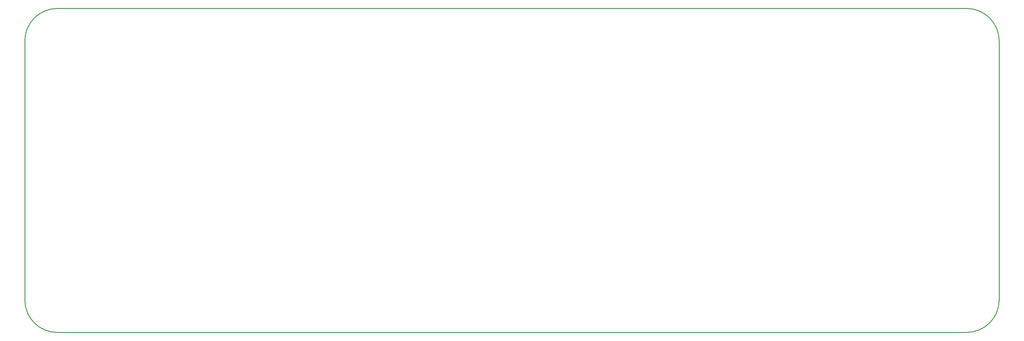
<source format=gko>
G04 Layer: BoardOutlineLayer*
G04 EasyEDA v6.5.22, 2022-11-03 13:25:14*
G04 daeccbeab38c4538aae3d189e396c967,14fd66e66b1542709ab820776f733a5e,10*
G04 Gerber Generator version 0.2*
G04 Scale: 100 percent, Rotated: No, Reflected: No *
G04 Dimensions in millimeters *
G04 leading zeros omitted , absolute positions ,4 integer and 5 decimal *
%FSLAX45Y45*%
%MOMM*%

%ADD10C,0.2540*%
D10*
X27622500Y1905000D02*
G01*
X952500Y1905000D01*
X952500Y11430000D02*
G01*
X27622500Y11430000D01*
X28575000Y10478770D02*
G01*
X28575000Y2857500D01*
X0Y2857500D02*
G01*
X0Y10477500D01*
G75*
G01*
X0Y2857500D02*
G03*
X952500Y1905000I953868J1368D01*
G75*
G01*
X952500Y11430000D02*
G03*
X0Y10477500I1368J-953868D01*
G75*
G01*
X27622500Y1905000D02*
G03*
X28575000Y2857500I-1368J953868D01*
G75*
G01*
X28575000Y10477500D02*
G03*
X27622500Y11430000I-953868J-1368D01*

%LPD*%
M02*

</source>
